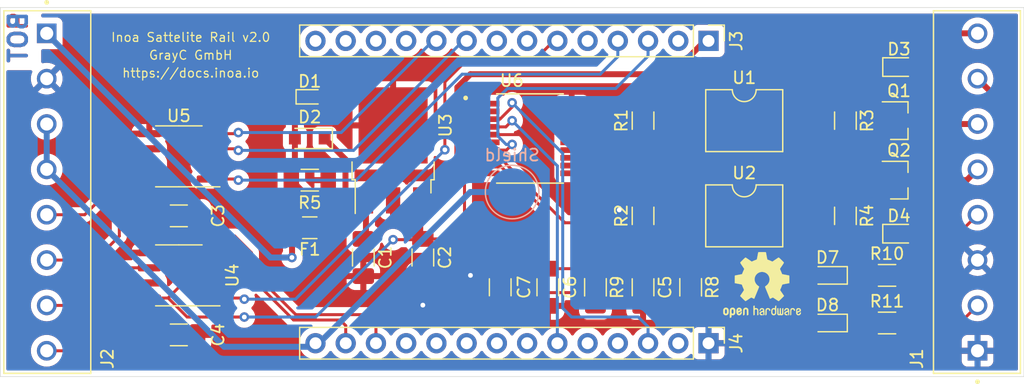
<source format=kicad_pcb>
(kicad_pcb (version 20211014) (generator pcbnew)
  (title_block (date "2021-12-14") (rev "2.0") (company "GrayC GmbH") (comment 1 "PCB 86mmx13mm"))
  (layers (0 "F.Cu" signal) (31 "B.Cu" signal) (34 "B.Paste" user) (35 "F.Paste" user) (36 "B.SilkS" user "B.Silkscreen") (37 "F.SilkS" user "F.Silkscreen") (38 "B.Mask" user) (39 "F.Mask" user) (44 "Edge.Cuts" user))
  (net 0 "")
  (net 1 "GND")
  (net 2 "Net-(C1-Pad1)")
  (net 3 "+3V3")
  (net 4 "Net-(D1-Pad1)")
  (net 5 "Relay_0")
  (net 6 "VS")
  (net 7 "Relay_1")
  (net 8 "VCC")
  (net 9 "GNDPWR")
  (net 10 "GND1")
  (net 11 "Net-(Q1-Pad1)")
  (net 12 "Net-(Q2-Pad1)")
  (net 13 "Net-(R1-Pad1)")
  (net 14 "Net-(R2-Pad1)")
  (net 15 "Net-(R3-Pad2)")
  (net 16 "Net-(R4-Pad2)")
  (net 17 "SW0")
  (net 18 "SW1")
  (net 19 "RS485_0_B")
  (net 20 "RS485_0_A")
  (net 21 "RS485_0_TX")
  (net 22 "RS485_0_TXE")
  (net 23 "RS485_0_RX")
  (net 24 "S0_0")
  (net 25 "Net-(D7-Pad1)")
  (net 26 "Net-(D8-Pad1)")
  (net 27 "S0_1")
  (net 28 "RS485_1_B")
  (net 29 "RS485_1_A")
  (net 30 "RS485_1_RX")
  (net 31 "RS485_1_TX")
  (net 32 "RS485_1_TXE")
  (net 33 "I2C_SDA")
  (net 34 "I2C_SCL")
  (net 36 "S0_INT")
  (footprint "Capacitor_SMD:C_1206_3216Metric_Pad1.33x1.80mm_HandSolder" (layer "F.Cu") (at 130.5 101 -90)
    (fp_text reference "C1" (at 0 -1.85 90) (layer "F.SilkS"))
    (fp_text value "100nF")
    (pad "1" smd roundrect locked (at -1.5625 0 270) (size 1.325 1.8) (layers "F.Cu" "F.Paste" "F.Mask") (roundrect_rratio 0.188679) (net 2 "Net-(C1-Pad1)"))
    (pad "2" smd roundrect locked (at 1.5625 0 270) (size 1.325 1.8) (layers "F.Cu" "F.Paste" "F.Mask") (roundrect_rratio 0.188679) (net 1 "GND"))
  )
  (footprint "Capacitor_SMD:C_1206_3216Metric_Pad1.33x1.80mm_HandSolder" (layer "F.Cu") (at 135.5 101 -90)
    (fp_text reference "C2" (at 0 -1.85 90) (layer "F.SilkS"))
    (fp_text value "100nF")
    (pad "1" smd roundrect locked (at -1.5625 0 270) (size 1.325 1.8) (layers "F.Cu" "F.Paste" "F.Mask") (roundrect_rratio 0.188679) (net 3 "+3V3"))
    (pad "2" smd roundrect locked (at 1.5625 0 270) (size 1.325 1.8) (layers "F.Cu" "F.Paste" "F.Mask") (roundrect_rratio 0.188679) (net 1 "GND"))
  )
  (footprint "Capacitor_SMD:C_1206_3216Metric_Pad1.33x1.80mm_HandSolder" (layer "F.Cu") (at 115 97.5)
    (fp_text reference "C3" (at 3.3 0 90) (layer "F.SilkS"))
    (fp_text value "100nF")
    (pad "1" smd roundrect locked (at -1.5625 0) (size 1.325 1.8) (layers "F.Cu" "F.Paste" "F.Mask") (roundrect_rratio 0.188679) (net 3 "+3V3"))
    (pad "2" smd roundrect locked (at 1.5625 0) (size 1.325 1.8) (layers "F.Cu" "F.Paste" "F.Mask") (roundrect_rratio 0.188679) (net 1 "GND"))
  )
  (footprint "Capacitor_SMD:C_1206_3216Metric_Pad1.33x1.80mm_HandSolder" (layer "F.Cu") (at 115 107.5)
    (fp_text reference "C4" (at 3.3 0 90) (layer "F.SilkS"))
    (fp_text value "100nF")
    (pad "1" smd roundrect locked (at -1.5625 0) (size 1.325 1.8) (layers "F.Cu" "F.Paste" "F.Mask") (roundrect_rratio 0.188679) (net 3 "+3V3"))
    (pad "2" smd roundrect locked (at 1.5625 0) (size 1.325 1.8) (layers "F.Cu" "F.Paste" "F.Mask") (roundrect_rratio 0.188679) (net 1 "GND"))
  )
  (footprint "Diode_SMD:D_MicroMELF" (layer "F.Cu") (at 175.5 85)
    (fp_text reference "D3" (at 0 -1.5) (layer "F.SilkS"))
    (fp_text value "BAV303")
    (pad "1" smd rect locked (at -0.8 0) (size 0.8 1.2) (layers "F.Cu" "F.Paste" "F.Mask") (net 6 "VS"))
    (pad "2" smd rect locked (at 0.8 0) (size 0.8 1.2) (layers "F.Cu" "F.Paste" "F.Mask") (net 5 "Relay_0"))
  )
  (footprint "Diode_SMD:D_MicroMELF" (layer "F.Cu") (at 175.5 99)
    (fp_text reference "D4" (at 0 -1.5) (layer "F.SilkS"))
    (fp_text value "BAV303")
    (pad "1" smd rect locked (at -0.8 0) (size 0.8 1.2) (layers "F.Cu" "F.Paste" "F.Mask") (net 6 "VS"))
    (pad "2" smd rect locked (at 0.8 0) (size 0.8 1.2) (layers "F.Cu" "F.Paste" "F.Mask") (net 7 "Relay_1"))
  )
  (footprint "Fuse:Fuse_1206_3216Metric_Pad1.42x1.75mm_HandSolder" (layer "F.Cu") (at 126 98.5 180)
    (fp_text reference "F1" (at 0 -1.82) (layer "F.SilkS"))
    (fp_text value "25V/1A")
    (pad "1" smd roundrect locked (at -1.4875 0 180) (size 1.425 1.75) (layers "F.Cu" "F.Paste" "F.Mask") (roundrect_rratio 0.175439) (net 4 "Net-(D1-Pad1)"))
    (pad "2" smd roundrect locked (at 1.4875 0 180) (size 1.425 1.75) (layers "F.Cu" "F.Paste" "F.Mask") (roundrect_rratio 0.175439) (net 8 "VCC"))
  )
  (footprint "Package_TO_SOT_SMD:SOT-23" (layer "F.Cu") (at 175.5 89.5)
    (fp_text reference "Q1" (at 0 -2.5) (layer "F.SilkS"))
    (fp_text value "MMBT3904")
    (pad "1" smd rect locked (at -1 -0.95) (size 0.9 0.8) (layers "F.Cu" "F.Paste" "F.Mask") (net 11 "Net-(Q1-Pad1)"))
    (pad "2" smd rect locked (at -1 0.95) (size 0.9 0.8) (layers "F.Cu" "F.Paste" "F.Mask") (net 10 "GND1"))
    (pad "3" smd rect locked (at 1 0) (size 0.9 0.8) (layers "F.Cu" "F.Paste" "F.Mask") (net 5 "Relay_0"))
  )
  (footprint "Package_TO_SOT_SMD:SOT-23" (layer "F.Cu") (at 175.5 94.5)
    (fp_text reference "Q2" (at 0 -2.5) (layer "F.SilkS"))
    (fp_text value "MMBT3904")
    (pad "1" smd rect locked (at -1 -0.95) (size 0.9 0.8) (layers "F.Cu" "F.Paste" "F.Mask") (net 12 "Net-(Q2-Pad1)"))
    (pad "2" smd rect locked (at -1 0.95) (size 0.9 0.8) (layers "F.Cu" "F.Paste" "F.Mask") (net 10 "GND1"))
    (pad "3" smd rect locked (at 1 0) (size 0.9 0.8) (layers "F.Cu" "F.Paste" "F.Mask") (net 7 "Relay_1"))
  )
  (footprint "Resistor_SMD:R_1206_3216Metric_Pad1.30x1.75mm_HandSolder" (layer "F.Cu") (at 154 89.5 90)
    (fp_text reference "R1" (at 0 -1.82 90) (layer "F.SilkS"))
    (fp_text value "220R")
    (pad "1" smd roundrect locked (at -1.55 0 90) (size 1.3 1.75) (layers "F.Cu" "F.Paste" "F.Mask") (roundrect_rratio 0.192308) (net 13 "Net-(R1-Pad1)"))
    (pad "2" smd roundrect locked (at 1.55 0 90) (size 1.3 1.75) (layers "F.Cu" "F.Paste" "F.Mask") (roundrect_rratio 0.192308) (net 1 "GND"))
  )
  (footprint "Resistor_SMD:R_1206_3216Metric_Pad1.30x1.75mm_HandSolder" (layer "F.Cu") (at 171 89.5 -90)
    (fp_text reference "R3" (at 0 -1.82 90) (layer "F.SilkS"))
    (fp_text value "1k")
    (pad "1" smd roundrect locked (at -1.55 0 270) (size 1.3 1.75) (layers "F.Cu" "F.Paste" "F.Mask") (roundrect_rratio 0.192308) (net 11 "Net-(Q1-Pad1)"))
    (pad "2" smd roundrect locked (at 1.55 0 270) (size 1.3 1.75) (layers "F.Cu" "F.Paste" "F.Mask") (roundrect_rratio 0.192308) (net 15 "Net-(R3-Pad2)"))
  )
  (footprint "Resistor_SMD:R_1206_3216Metric_Pad1.30x1.75mm_HandSolder" (layer "F.Cu") (at 171 97.5 -90)
    (fp_text reference "R4" (at 0 -1.82 90) (layer "F.SilkS"))
    (fp_text value "1k")
    (pad "1" smd roundrect locked (at -1.55 0 270) (size 1.3 1.75) (layers "F.Cu" "F.Paste" "F.Mask") (roundrect_rratio 0.192308) (net 12 "Net-(Q2-Pad1)"))
    (pad "2" smd roundrect locked (at 1.55 0 270) (size 1.3 1.75) (layers "F.Cu" "F.Paste" "F.Mask") (roundrect_rratio 0.192308) (net 16 "Net-(R4-Pad2)"))
  )
  (footprint "Resistor_SMD:R_1206_3216Metric_Pad1.30x1.75mm_HandSolder" (layer "F.Cu") (at 126 94.5)
    (fp_text reference "R5" (at 0 1.9) (layer "F.SilkS"))
    (fp_text value "10k")
    (pad "1" smd roundrect locked (at -1.55 0) (size 1.3 1.75) (layers "F.Cu" "F.Paste" "F.Mask") (roundrect_rratio 0.192308) (net 4 "Net-(D1-Pad1)"))
    (pad "2" smd roundrect locked (at 1.55 0) (size 1.3 1.75) (layers "F.Cu" "F.Paste" "F.Mask") (roundrect_rratio 0.192308) (net 1 "GND"))
  )
  (footprint "Package_DIP:SMDIP-4_W9.53mm" (layer "F.Cu") (at 162.5 89.5)
    (fp_text reference "U1" (at 0 -3.6) (layer "F.SilkS"))
    (fp_text value "LTV-817S")
    (pad "1" smd rect locked (at -4.765 -1.27) (size 2 1.78) (layers "F.Cu" "F.Paste" "F.Mask") (net 17 "SW0"))
    (pad "2" smd rect locked (at -4.765 1.27) (size 2 1.78) (layers "F.Cu" "F.Paste" "F.Mask") (net 13 "Net-(R1-Pad1)"))
    (pad "3" smd rect locked (at 4.765 1.27) (size 2 1.78) (layers "F.Cu" "F.Paste" "F.Mask") (net 15 "Net-(R3-Pad2)"))
    (pad "4" smd rect locked (at 4.765 -1.27) (size 2 1.78) (layers "F.Cu" "F.Paste" "F.Mask") (net 6 "VS"))
  )
  (footprint "Package_DIP:SMDIP-4_W9.53mm" (layer "F.Cu") (at 162.5 97.5)
    (fp_text reference "U2" (at 0 -3.6) (layer "F.SilkS"))
    (fp_text value "LTV-817S")
    (pad "1" smd rect locked (at -4.765 -1.27) (size 2 1.78) (layers "F.Cu" "F.Paste" "F.Mask") (net 18 "SW1"))
    (pad "2" smd rect locked (at -4.765 1.27) (size 2 1.78) (layers "F.Cu" "F.Paste" "F.Mask") (net 14 "Net-(R2-Pad1)"))
    (pad "3" smd rect locked (at 4.765 1.27) (size 2 1.78) (layers "F.Cu" "F.Paste" "F.Mask") (net 16 "Net-(R4-Pad2)"))
    (pad "4" smd rect locked (at 4.765 -1.27) (size 2 1.78) (layers "F.Cu" "F.Paste" "F.Mask") (net 6 "VS"))
  )
  (footprint "Package_TO_SOT_SMD:TO-252-3_TabPin2" (layer "F.Cu") (at 133 92 90)
    (fp_text reference "U3" (at 2.1 4.4 90) (layer "F.SilkS"))
    (fp_text value "BA033CC0FP-E2")
    (pad "1" smd rect locked (at -4.2 -2.28 90) (size 2.2 1.2) (layers "F.Cu" "F.Paste" "F.Mask") (net 2 "Net-(C1-Pad1)"))
    (pad "2" smd rect locked (at 2.1 0 90) (size 6.4 5.8) (layers "F.Cu" "F.Mask") (net 1 "GND"))
    (pad "2" smd rect locked (at -4.2 0 90) (size 2.2 1.2) (layers "F.Cu" "F.Paste" "F.Mask") (net 1 "GND"))
    (pad "3" smd rect locked (at -4.2 2.28 90) (size 2.2 1.2) (layers "F.Cu" "F.Paste" "F.Mask") (net 3 "+3V3"))
  )
  (footprint "Package_SO:SOIC-8_3.9x4.9mm_P1.27mm" (layer "F.Cu") (at 115 102.5 180)
    (fp_text reference "U4" (at -4.5 0 90) (layer "F.SilkS"))
    (fp_text value "MAX3486")
    (pad "1" smd roundrect locked (at -2.475 -1.905 180) (size 1.95 0.6) (layers "F.Cu" "F.Paste" "F.Mask") (net 30 "RS485_1_RX"))
    (pad "2" smd roundrect locked (at -2.475 -0.635 180) (size 1.95 0.6) (layers "F.Cu" "F.Paste" "F.Mask") (net 32 "RS485_1_TXE"))
    (pad "3" smd roundrect locked (at -2.475 0.635 180) (size 1.95 0.6) (layers "F.Cu" "F.Paste" "F.Mask") (net 32 "RS485_1_TXE"))
    (pad "4" smd roundrect locked (at -2.475 1.905 180) (size 1.95 0.6) (layers "F.Cu" "F.Paste" "F.Mask") (net 31 "RS485_1_TX"))
    (pad "5" smd roundrect locked (at 2.475 1.905 180) (size 1.95 0.6) (layers "F.Cu" "F.Paste" "F.Mask") (net 1 "GND"))
    (pad "6" smd roundrect locked (at 2.475 0.635 180) (size 1.95 0.6) (layers "F.Cu" "F.Paste" "F.Mask") (net 29 "RS485_1_A"))
    (pad "7" smd roundrect locked (at 2.475 -0.635 180) (size 1.95 0.6) (layers "F.Cu" "F.Paste" "F.Mask") (net 28 "RS485_1_B"))
    (pad "8" smd roundrect locked (at 2.475 -1.905 180) (size 1.95 0.6) (layers "F.Cu" "F.Paste" "F.Mask") (net 3 "+3V3"))
  )
  (footprint "footprints:PHOENIX_1727078" (layer "F.Cu") (at 182.1 95.5 90)
    (fp_text reference "J1" (at -14 -5.1 90) (layer "F.SilkS"))
    (fp_text value "North")
    (pad "1" thru_hole rect locked (at -13.335 0 90) (size 1.65 1.65) (drill 1.1) (layers *.Cu *.Mask) (net 1 "GND"))
    (pad "2" thru_hole circle locked (at -9.525 0 90) (size 1.65 1.65) (drill 1.1) (layers *.Cu *.Mask) (net 27 "S0_1"))
    (pad "3" thru_hole circle locked (at -5.715 0 90) (size 1.65 1.65) (drill 1.1) (layers *.Cu *.Mask) (net 1 "GND"))
    (pad "4" thru_hole circle locked (at -1.905 0 90) (size 1.65 1.65) (drill 1.1) (layers *.Cu *.Mask) (net 24 "S0_0"))
    (pad "5" thru_hole circle locked (at 1.905 0 90) (size 1.65 1.65) (drill 1.1) (layers *.Cu *.Mask) (net 7 "Relay_1"))
    (pad "6" thru_hole circle locked (at 5.715 0 90) (size 1.65 1.65) (drill 1.1) (layers *.Cu *.Mask) (net 5 "Relay_0"))
    (pad "7" thru_hole circle locked (at 9.525 0 90) (size 1.65 1.65) (drill 1.1) (layers *.Cu *.Mask) (net 10 "GND1"))
    (pad "8" thru_hole circle locked (at 13.335 0 90) (size 1.65 1.65) (drill 1.1) (layers *.Cu *.Mask) (net 6 "VS"))
  )
  (footprint "footprints:PHOENIX_1727078" (layer "F.Cu") (at 103.9 95.5 -90)
    (fp_text reference "J2" (at 14 -5.1 90) (layer "F.SilkS"))
    (fp_text value "South")
    (pad "1" thru_hole rect locked (at -13.335 0 270) (size 1.65 1.65) (drill 1.1) (layers *.Cu *.Mask) (net 8 "VCC"))
    (pad "2" thru_hole circle locked (at -9.525 0 270) (size 1.65 1.65) (drill 1.1) (layers *.Cu *.Mask) (net 1 "GND"))
    (pad "3" thru_hole circle locked (at -5.715 0 270) (size 1.65 1.65) (drill 1.1) (layers *.Cu *.Mask) (net 9 "GNDPWR"))
    (pad "4" thru_hole circle locked (at -1.905 0 270) (size 1.65 1.65) (drill 1.1) (layers *.Cu *.Mask) (net 9 "GNDPWR"))
    (pad "5" thru_hole circle locked (at 1.905 0 270) (size 1.65 1.65) (drill 1.1) (layers *.Cu *.Mask) (net 20 "RS485_0_A"))
    (pad "6" thru_hole circle locked (at 5.715 0 270) (size 1.65 1.65) (drill 1.1) (layers *.Cu *.Mask) (net 19 "RS485_0_B"))
    (pad "7" thru_hole circle locked (at 9.525 0 270) (size 1.65 1.65) (drill 1.1) (layers *.Cu *.Mask) (net 29 "RS485_1_A"))
    (pad "8" thru_hole circle locked (at 13.335 0 270) (size 1.65 1.65) (drill 1.1) (layers *.Cu *.Mask) (net 28 "RS485_1_B"))
  )
  (footprint "Diode_SMD:D_SOD-323_HandSoldering" (layer "F.Cu") (at 126 91 180)
    (fp_text reference "D2" (at 0 1.8) (layer "F.SilkS"))
    (fp_text value "1N5819")
    (pad "1" smd rect locked (at -1.25 0 180) (size 1 1) (layers "F.Cu" "F.Paste" "F.Mask") (net 2 "Net-(C1-Pad1)"))
    (pad "2" smd rect locked (at 1.25 0 180) (size 1 1) (layers "F.Cu" "F.Paste" "F.Mask") (net 4 "Net-(D1-Pad1)"))
  )
  (footprint "Connector_PinHeader_2.54mm:PinHeader_1x14_P2.54mm_Vertical" (layer "F.Cu") (at 159.5 82.8 -90)
    (fp_text reference "J3" (at 0 -2.33 90) (layer "F.SilkS"))
    (fp_text value "West")
    (pad "1" thru_hole rect locked (at 0 0 270) (size 1.7 1.7) (drill 1) (layers *.Cu *.Mask) (net 3 "+3V3"))
    (pad "2" thru_hole oval locked (at 0 2.54 270) (size 1.7 1.7) (drill 1) (layers *.Cu *.Mask))
    (pad "3" thru_hole oval locked (at 0 5.08 270) (size 1.7 1.7) (drill 1) (layers *.Cu *.Mask) (net 36 "S0_INT"))
    (pad "4" thru_hole oval locked (at 0 7.62 270) (size 1.7 1.7) (drill 1) (layers *.Cu *.Mask) (net 23 "RS485_0_RX"))
    (pad "5" thru_hole oval locked (at 0 10.16 270) (size 1.7 1.7) (drill 1) (layers *.Cu *.Mask))
    (pad "6" thru_hole oval locked (at 0 12.7 270) (size 1.7 1.7) (drill 1) (layers *.Cu *.Mask) (net 30 "RS485_1_RX"))
    (pad "7" thru_hole oval locked (at 0 15.24 270) (size 1.7 1.7) (drill 1) (layers *.Cu *.Mask))
    (pad "8" thru_hole oval locked (at 0 17.78 270) (size 1.7 1.7) (drill 1) (layers *.Cu *.Mask))
    (pad "9" thru_hole oval locked (at 0 20.32 270) (size 1.7 1.7) (drill 1) (layers *.Cu *.Mask) (net 22 "RS485_0_TXE"))
    (pad "10" thru_hole oval locked (at 0 22.86 270) (size 1.7 1.7) (drill 1) (layers *.Cu *.Mask) (net 21 "RS485_0_TX"))
    (pad "11" thru_hole oval locked (at 0 25.4 270) (size 1.7 1.7) (drill 1) (layers *.Cu *.Mask))
    (pad "12" thru_hole oval locked (at 0 27.94 270) (size 1.7 1.7) (drill 1) (layers *.Cu *.Mask))
    (pad "13" thru_hole oval locked (at 0 30.48 270) (size 1.7 1.7) (drill 1) (layers *.Cu *.Mask))
    (pad "14" thru_hole oval locked (at 0 33.02 270) (size 1.7 1.7) (drill 1) (layers *.Cu *.Mask))
  )
  (footprint "Connector_PinHeader_2.54mm:PinHeader_1x14_P2.54mm_Vertical" (layer "F.Cu") (at 159.5 108.2 -90)
    (fp_text reference "J4" (at 0 -2.33 90) (layer "F.SilkS"))
    (fp_text value "East")
    (pad "1" thru_hole rect locked (at 0 0 270) (size 1.7 1.7) (drill 1) (layers *.Cu *.Mask) (net 1 "GND"))
    (pad "2" thru_hole oval locked (at 0 2.54 270) (size 1.7 1.7) (drill 1) (layers *.Cu *.Mask))
    (pad "3" thru_hole oval locked (at 0 5.08 270) (size 1.7 1.7) (drill 1) (layers *.Cu *.Mask) (net 34 "I2C_SCL"))
    (pad "4" thru_hole oval locked (at 0 7.62 270) (size 1.7 1.7) (drill 1) (layers *.Cu *.Mask))
    (pad "5" thru_hole oval locked (at 0 10.16 270) (size 1.7 1.7) (drill 1) (layers *.Cu *.Mask))
    (pad "6" thru_hole oval locked (at 0 12.7 270) (size 1.7 1.7) (drill 1) (layers *.Cu *.Mask) (net 33 "I2C_SDA"))
    (pad "7" thru_hole oval locked (at 0 15.24 270) (size 1.7 1.7) (drill 1) (layers *.Cu *.Mask))
    (pad "8" thru_hole oval locked (at 0 17.78 270) (size 1.7 1.7) (drill 1) (layers *.Cu *.Mask))
    (pad "9" thru_hole oval locked (at 0 20.32 270) (size 1.7 1.7) (drill 1) (layers *.Cu *.Mask))
    (pad "10" thru_hole oval locked (at 0 22.86 270) (size 1.7 1.7) (drill 1) (layers *.Cu *.Mask))
    (pad "11" thru_hole oval locked (at 0 25.4 270) (size 1.7 1.7) (drill 1) (layers *.Cu *.Mask))
    (pad "12" thru_hole oval locked (at 0 27.94 270) (size 1.7 1.7) (drill 1) (layers *.Cu *.Mask) (net 32 "RS485_1_TXE"))
    (pad "13" thru_hole oval locked (at 0 30.48 270) (size 1.7 1.7) (drill 1) (layers *.Cu *.Mask) (net 31 "RS485_1_TX"))
    (pad "14" thru_hole oval locked (at 0 33.02 270) (size 1.7 1.7) (drill 1) (layers *.Cu *.Mask) (net 9 "GNDPWR"))
  )
  (footprint "Package_SO:SOIC-8_3.9x4.9mm_P1.27mm" (layer "F.Cu") (at 115 92.5 180)
    (fp_text reference "U5" (at 0 3.4 180) (layer "F.SilkS"))
    (fp_text value "MAX3486")
    (pad "1" smd roundrect locked (at -2.475 -1.905 180) (size 1.95 0.6) (layers "F.Cu" "F.Paste" "F.Mask") (net 23 "RS485_0_RX"))
    (pad "2" smd roundrect locked (at -2.475 -0.635 180) (size 1.95 0.6) (layers "F.Cu" "F.Paste" "F.Mask") (net 22 "RS485_0_TXE"))
    (pad "3" smd roundrect locked (at -2.475 0.635 180) (size 1.95 0.6) (layers "F.Cu" "F.Paste" "F.Mask") (net 22 "RS485_0_TXE"))
    (pad "4" smd roundrect locked (at -2.475 1.905 180) (size 1.95 0.6) (layers "F.Cu" "F.Paste" "F.Mask") (net 21 "RS485_0_TX"))
    (pad "5" smd roundrect locked (at 2.475 1.905 180) (size 1.95 0.6) (layers "F.Cu" "F.Paste" "F.Mask") (net 1 "GND"))
    (pad "6" smd roundrect locked (at 2.475 0.635 180) (size 1.95 0.6) (layers "F.Cu" "F.Paste" "F.Mask") (net 20 "RS485_0_A"))
    (pad "7" smd roundrect locked (at 2.475 -0.635 180) (size 1.95 0.6) (layers "F.Cu" "F.Paste" "F.Mask") (net 19 "RS485_0_B"))
    (pad "8" smd roundrect locked (at 2.475 -1.905 180) (size 1.95 0.6) (layers "F.Cu" "F.Paste" "F.Mask") (net 3 "+3V3"))
  )
  (footprint "Resistor_SMD:R_1206_3216Metric_Pad1.30x1.75mm_HandSolder" (layer "F.Cu") (at 154 97.5 90)
    (fp_text reference "R2" (at 0 -1.82 90) (layer "F.SilkS"))
    (fp_text value "220R")
    (pad "1" smd roundrect locked (at -1.55 0 90) (size 1.3 1.75) (layers "F.Cu" "F.Paste" "F.Mask") (roundrect_rratio 0.192308) (net 14 "Net-(R2-Pad1)"))
    (pad "2" smd roundrect locked (at 1.55 0 90) (size 1.3 1.75) (layers "F.Cu" "F.Paste" "F.Mask") (roundrect_rratio 0.192308) (net 1 "GND"))
  )
  (footprint "Capacitor_SMD:C_1206_3216Metric_Pad1.33x1.80mm_HandSolder" (layer "F.Cu") (at 154 103.5 -90)
    (fp_text reference "C5" (at 0 -1.85 90) (layer "F.SilkS"))
    (fp_text value "100nF")
    (pad "1" smd roundrect locked (at -1.5625 0 270) (size 1.325 1.8) (layers "F.Cu" "F.Paste" "F.Mask") (roundrect_rratio 0.188679) (net 24 "S0_0"))
    (pad "2" smd roundrect locked (at 1.5625 0 270) (size 1.325 1.8) (layers "F.Cu" "F.Paste" "F.Mask") (roundrect_rratio 0.188679) (net 1 "GND"))
  )
  (footprint "Capacitor_SMD:C_1206_3216Metric_Pad1.33x1.80mm_HandSolder" (layer "F.Cu") (at 146 103.5 -90)
    (fp_text reference "C6" (at 0 -1.85 90) (layer "F.SilkS"))
    (fp_text value "100nF")
    (pad "1" smd roundrect locked (at -1.5625 0 270) (size 1.325 1.8) (layers "F.Cu" "F.Paste" "F.Mask") (roundrect_rratio 0.188679) (net 27 "S0_1"))
    (pad "2" smd roundrect locked (at 1.5625 0 270) (size 1.325 1.8) (layers "F.Cu" "F.Paste" "F.Mask") (roundrect_rratio 0.188679) (net 1 "GND"))
  )
  (footprint "Diode_SMD:D_0603_1608Metric_Pad1.05x0.95mm_HandSolder" (layer "F.Cu") (at 169.5 102.5 180)
    (fp_text reference "D7" (at 0 1.5) (layer "F.SilkS"))
    (fp_text value "D_TVS")
    (pad "1" smd roundrect locked (at -0.875 0 180) (size 1.05 0.95) (layers "F.Cu" "F.Paste" "F.Mask") (net 25 "Net-(D7-Pad1)"))
    (pad "2" smd roundrect locked (at 0.875 0 180) (size 1.05 0.95) (layers "F.Cu" "F.Paste" "F.Mask") (net 1 "GND"))
  )
  (footprint "Diode_SMD:D_0603_1608Metric_Pad1.05x0.95mm_HandSolder" (layer "F.Cu") (at 169.5 106.5 180)
    (fp_text reference "D8" (at 0 1.5) (layer "F.SilkS"))
    (fp_text value "D_TVS")
    (pad "1" smd roundrect locked (at -0.875 0 180) (size 1.05 0.95) (layers "F.Cu" "F.Paste" "F.Mask") (net 26 "Net-(D8-Pad1)"))
    (pad "2" smd roundrect locked (at 0.875 0 180) (size 1.05 0.95) (layers "F.Cu" "F.Paste" "F.Mask") (net 1 "GND"))
  )
  (footprint "Resistor_SMD:R_1206_3216Metric_Pad1.30x1.75mm_HandSolder" (layer "F.Cu") (at 158 103.5 -90)
    (fp_text reference "R8" (at 0 -1.82 90) (layer "F.SilkS"))
    (fp_text value "10k")
    (pad "1" smd roundrect locked (at -1.55 0 270) (size 1.3 1.75) (layers "F.Cu" "F.Paste" "F.Mask") (roundrect_rratio 0.192308) (net 24 "S0_0"))
    (pad "2" smd roundrect locked (at 1.55 0 270) (size 1.3 1.75) (layers "F.Cu" "F.Paste" "F.Mask") (roundrect_rratio 0.192308) (net 3 "+3V3"))
  )
  (footprint "Resistor_SMD:R_1206_3216Metric_Pad1.30x1.75mm_HandSolder" (layer "F.Cu") (at 150 103.5 -90)
    (fp_text reference "R9" (at 0 -1.82 90) (layer "F.SilkS"))
    (fp_text value "10k")
    (pad "1" smd roundrect locked (at -1.55 0 270) (size 1.3 1.75) (layers "F.Cu" "F.Paste" "F.Mask") (roundrect_rratio 0.192308) (net 27 "S0_1"))
    (pad "2" smd roundrect locked (at 1.55 0 270) (size 1.3 1.75) (layers "F.Cu" "F.Paste" "F.Mask") (roundrect_rratio 0.192308) (net 3 "+3V3"))
  )
  (footprint "Resistor_SMD:R_1206_3216Metric_Pad1.30x1.75mm_HandSolder" (layer "F.Cu") (at 174.5 102.5)
    (fp_text reference "R10" (at 0 -1.82) (layer "F.SilkS"))
    (fp_text value "220R")
    (pad "1" smd roundrect locked (at -1.55 0) (size 1.3 1.75) (layers "F.Cu" "F.Paste" "F.Mask") (roundrect_rratio 0.192308) (net 25 "Net-(D7-Pad1)"))
    (pad "2" smd roundrect locked (at 1.55 0) (size 1.3 1.75) (layers "F.Cu" "F.Paste" "F.Mask") (roundrect_rratio 0.192308) (net 24 "S0_0"))
  )
  (footprint "Resistor_SMD:R_1206_3216Metric_Pad1.30x1.75mm_HandSolder" (layer "F.Cu") (at 174.5 106.5)
    (fp_text reference "R11" (at 0 -1.82) (layer "F.SilkS"))
    (fp_text value "220R")
    (pad "1" smd roundrect locked (at -1.55 0) (size 1.3 1.75) (layers "F.Cu" "F.Paste" "F.Mask") (roundrect_rratio 0.192308) (net 26 "Net-(D8-Pad1)"))
    (pad "2" smd roundrect locked (at 1.55 0) (size 1.3 1.75) (layers "F.Cu" "F.Paste" "F.Mask") (roundrect_rratio 0.192308) (net 27 "S0_1"))
  )
  (footprint "Capacitor_SMD:C_1206_3216Metric_Pad1.33x1.80mm_HandSolder" (layer "F.Cu") (at 142 103.5 90)
    (fp_text reference "C7" (at 0 2 90) (layer "F.SilkS"))
    (fp_text value "100nF")
    (pad "1" smd roundrect locked (at -1.5625 0 90) (size 1.325 1.8) (layers "F.Cu" "F.Paste" "F.Mask") (roundrect_rratio 0.188679) (net 3 "+3V3"))
    (pad "2" smd roundrect locked (at 1.5625 0 90) (size 1.325 1.8) (layers "F.Cu" "F.Paste" "F.Mask") (roundrect_rratio 0.188679) (net 1 "GND"))
  )
  (footprint "Diode_SMD:D_SOD-523" (layer "F.Cu") (at 126 87.5)
    (fp_text reference "D1" (at 0 -1.3) (layer "F.SilkS"))
    (fp_text value "25V")
    (pad "1" smd rect locked (at -0.7 0 180) (size 0.6 0.7) (layers "F.Cu" "F.Paste" "F.Mask") (net 4 "Net-(D1-Pad1)"))
    (pad "2" smd rect locked (at 0.7 0 180) (size 0.6 0.7) (layers "F.Cu" "F.Paste" "F.Mask") (net 1 "GND"))
  )
  (footprint "footprints:SOP65P780X200-20N" (layer "F.Cu") (at 144.5 91)
    (fp_text reference "U6" (at -1.525 -4.862) (layer "F.SilkS"))
    (fp_text value "MCP23009-E_SS")
    (pad "1" smd roundrect locked (at -3.505 -2.925) (size 1.9 0.48) (layers "F.Cu" "F.Paste" "F.Mask") (roundrect_rratio 0.06) (net 3 "+3V3"))
    (pad "2" smd roundrect locked (at -3.505 -2.275) (size 1.9 0.48) (layers "F.Cu" "F.Paste" "F.Mask") (roundrect_rratio 0.06))
    (pad "3" smd roundrect locked (at -3.505 -1.625) (size 1.9 0.48) (layers "F.Cu" "F.Paste" "F.Mask") (roundrect_rratio 0.06) (net 34 "I2C_SCL"))
    (pad "4" smd roundrect locked (at -3.505 -0.975) (size 1.9 0.48) (layers "F.Cu" "F.Paste" "F.Mask") (roundrect_rratio 0.06) (net 33 "I2C_SDA"))
    (pad "5" smd roundrect locked (at -3.505 -0.325) (size 1.9 0.48) (layers "F.Cu" "F.Paste" "F.Mask") (roundrect_rratio 0.06) (net 1 "GND"))
    (pad "6" smd roundrect locked (at -3.505 0.325) (size 1.9 0.48) (layers "F.Cu" "F.Paste" "F.Mask") (roundrect_rratio 0.06) (net 3 "+3V3"))
    (pad "7" smd roundrect locked (at -3.505 0.975) (size 1.9 0.48) (layers "F.Cu" "F.Paste" "F.Mask") (roundrect_rratio 0.06) (net 36 "S0_INT"))
    (pad "8" smd roundrect locked (at -3.505 1.625) (size 1.9 0.48) (layers "F.Cu" "F.Paste" "F.Mask") (roundrect_rratio 0.06) (net 24 "S0_0"))
    (pad "9" smd roundrect locked (at -3.505 2.275) (size 1.9 0.48) (layers "F.Cu" "F.Paste" "F.Mask") (roundrect_rratio 0.06) (net 27 "S0_1"))
    (pad "10" smd roundrect locked (at -3.505 2.925) (size 1.9 0.48) (layers "F.Cu" "F.Paste" "F.Mask") (roundrect_rratio 0.06))
    (pad "11" smd roundrect locked (at 3.505 2.925) (size 1.9 0.48) (layers "F.Cu" "F.Paste" "F.Mask") (roundrect_rratio 0.06))
    (pad "12" smd roundrect locked (at 3.505 2.275) (size 1.9 0.48) (layers "F.Cu" "F.Paste" "F.Mask") (roundrect_rratio 0.06) (net 18 "SW1"))
    (pad "13" smd roundrect locked (at 3.505 1.625) (size 1.9 0.48) (layers "F.Cu" "F.Paste" "F.Mask") (roundrect_rratio 0.06) (net 17 "SW0"))
    (pad "14" smd roundrect locked (at 3.505 0.975) (size 1.9 0.48) (layers "F.Cu" "F.Paste" "F.Mask") (roundrect_rratio 0.06))
    (pad "15" smd roundrect locked (at 3.505 0.325) (size 1.9 0.48) (layers "F.Cu" "F.Paste" "F.Mask") (roundrect_rratio 0.06))
    (pad "16" smd roundrect locked (at 3.505 -0.325) (size 1.9 0.48) (layers "F.Cu" "F.Paste" "F.Mask") (roundrect_rratio 0.06))
    (pad "17" smd roundrect locked (at 3.505 -0.975) (size 1.9 0.48) (layers "F.Cu" "F.Paste" "F.Mask") (roundrect_rratio 0.06))
    (pad "18" smd roundrect locked (at 3.505 -1.625) (size 1.9 0.48) (layers "F.Cu" "F.Paste" "F.Mask") (roundrect_rratio 0.06))
    (pad "19" smd roundrect locked (at 3.505 -2.275) (size 1.9 0.48) (layers "F.Cu" "F.Paste" "F.Mask") (roundrect_rratio 0.06))
    (pad "20" smd roundrect locked (at 3.505 -2.925) (size 1.9 0.48) (layers "F.Cu" "F.Paste" "F.Mask") (roundrect_rratio 0.06) (net 1 "GND"))
  )
  (footprint "Symbol:OSHW-Logo2_7.3x6mm_SilkScreen" (layer "F.Cu") (at 164 103.3)
    (fp_text reference "G2" hide)
    (fp_text value "Logo_Open_Hardware_Small" hide)
  )
  (footprint "TestPoint:TestPoint_Pad_D4.0mm" (layer "B.Cu") (at 143 95.5)
    (fp_text reference "TP1" hide)
    (fp_text value "Shield" (at 0 -3.1) (layer "B.SilkS") (effects (justify mirror)))
    (pad "1" smd circle locked (at 0 0) (size 4 4) (layers "B.Cu" "B.Mask") (net 9 "GNDPWR"))
  )
  (footprint "images:grayc-logo-negative" (layer "B.Cu") (at 116 84 180)
    (fp_text reference "G1" hide)
    (fp_text value "LOGO" hide)
  )
  (gr_line (start 100 111) (end 100 80) (layer "Edge.Cuts") (width 0.05))
  (gr_line (start 186 111) (end 100 111) (layer "Edge.Cuts") (width 0.05))
  (gr_line (start 100 80) (end 186 80) (layer "Edge.Cuts") (width 0.05))
  (gr_line (start 186 80) (end 186 111) (layer "Edge.Cuts") (width 0.05))
  (gr_text "SR-EM-020" (at 168 82.5) (layer "F.Cu") (effects (font (size 1 1))))
  (gr_text "TOP" (at 101.5 82.5 90) (layer "F.Cu") (effects (font (size 1.5 1.5) (thickness 0.3))))
  (gr_text "BOT" (at 101.5 82.5 90) (layer "B.Cu") (effects (font (size 1.5 1.5) (thickness 0.3)) (justify mirror)))
  (gr_text "GrayC GmbH" (at 116 84) (layer "F.SilkS") (effects (font (size 0.75 0.75) (thickness 0.1))))
  (gr_text "https://docs.inoa.io" (at 116 85.5) (layer "F.SilkS") (effects (font (size 0.75 0.75) (thickness 0.1))))
  (gr_text "Inoa Sattelite Rail v2.0" (at 116 82.5) (layer "F.SilkS") (effects (font (size 0.75 0.75) (thickness 0.1))))
  (segment (start 140.995 90.675) (end 144.422234 90.675) (width 0.25) (layer "F.Cu") (net 1))
  (segment (start 129.2 86.1) (end 133 89.9) (width 0.5) (layer "F.Cu") (net 1))
  (segment (start 148.005 88.075) (end 146.325 88.075) (width 0.25) (layer "F.Cu") (net 1))
  (segment (start 146.325 88.075) (end 145.748617 88.651383) (width 0.25) (layer "F.Cu") (net 1))
  (segment (start 144.422234 90.675) (end 145.748617 89.348617) (width 0.25) (layer "F.Cu") (net 1))
  (segment (start 153.875 88.075) (end 154 87.95) (width 0.25) (layer "F.Cu") (net 1))
  (segment (start 126.7 87.5) (end 127.7 87.5) (width 0.5) (layer "F.Cu") (net 1))
  (segment (start 148.005 88.075) (end 153.875 88.075) (width 0.25) (layer "F.Cu") (net 1))
  (segment (start 127.7 87.5) (end 129.1 86.1) (width 0.5) (layer "F.Cu") (net 1))
  (segment (start 129.1 86.1) (end 129.2 86.1) (width 0.5) (layer "F.Cu") (net 1))
  (segment (start 145.748617 88.651383) (end 145.748617 89.348617) (width 0.25) (layer "F.Cu") (net 1))
  (via (at 139.5 102.5) (size 0.8) (drill 0.4) (layers "F.Cu" "B.Cu") (net 1))
  (via (at 135.5 105) (size 0.8) (drill 0.4) (layers "F.Cu" "B.Cu") (net 1))
  (via (at 152 97) (size 0.8) (drill 0.4) (layers "F.Cu" "B.Cu") (net 1))
  (segment (start 129.6 96.2) (end 130.72 96.2) (width 0.5) (layer "F.Cu") (net 2))
  (segment (start 130.72 96.2) (end 130.72 99.2175) (width 0.5) (layer "F.Cu") (net 2))
  (segment (start 129 95.6) (end 129.6 96.2) (width 0.5) (layer "F.Cu") (net 2))
  (segment (start 129 92.75) (end 129 95.6) (width 0.5) (layer "F.Cu") (net 2))
  (segment (start 127.25 91) (end 129 92.75) (width 0.5) (layer "F.Cu") (net 2))
  (segment (start 130.72 99.2175) (end 130.5 99.4375) (width 0.5) (layer "F.Cu") (net 2))
  (segment (start 130.845 99.2925) (end 130.7 99.4375) (width 0.25) (layer "F.Cu") (net 2))
  (segment (start 137.0625 99.4375) (end 139 97.5) (width 0.25) (layer "F.Cu") (net 3))
  (segment (start 139.025 91.325) (end 139 91.3) (width 0.25) (layer "F.Cu") (net 3))
  (segment (start 137.5 99.9) (end 137.0375 99.4375) (width 0.25) (layer "F.Cu") (net 3))
  (segment (start 115.1 98.1) (end 114.5 97.5) (width 0.25) (layer "F.Cu") (net 3))
  (segment (start 156.4 85.6) (end 159.5 82.5) (width 0.5) (layer "F.Cu") (net 3))
  (segment (start 135.28 96.2) (end 135.28 99.2175) (width 0.5) (layer "F.Cu") (net 3))
  (segment (start 142.24999 103.95001) (end 142 104.2) (width 0.25) (layer "F.Cu") (net 3))
  (segment (start 112.525 104.405) (end 112.525 104.925) (width 0.25) (layer "F.Cu") (net 3))
  (segment (start 139 89.087234) (end 140.012234 88.075) (width 0.25) (layer "F.Cu") (net 3))
  (segment (start 135.28 99.2175) (end 135.5 99.4375) (width 0.5) (layer "F.Cu") (net 3))
  (segment (start 137.9625 105.0625) (end 137.5 104.6) (width 0.25) (layer "F.Cu") (net 3))
  (segment (start 114.095 104.405) (end 114.105 104.405) (width 0.25) (layer "F.Cu") (net 3))
  (segment (start 157.55001 103.95001) (end 150.44999 103.95001) (width 0.25) (layer "F.Cu") (net 3))
  (segment (start 158 105.05) (end 158 104.4) (width 0.25) (layer "F.Cu") (net 3))
  (segment (start 150.44999 103.95001) (end 150 104.4) (width 0.25) (layer "F.Cu") (net 3))
  (segment (start 140.012234 88.075) (end 140.995 88.075) (width 0.25) (layer "F.Cu") (net 3))
  (segment (start 114.5 97.5) (end 113.4375 97.5) (width 0.25) (layer "F.Cu") (net 3))
  (segment (start 114.095 104.405) (end 115.1 103.4) (width 0.25) (layer "F.Cu") (net 3))
  (segment (start 133 99.5) (end 135.4375 99.5) (width 0.25) (layer "F.Cu") (net 3))
  (segment (start 138.4 86.7) (end 139.5 85.6) (width 0.5) (layer "F.Cu") (net 3))
  (segment (start 142 104.2) (end 142 105.0625) (width 0.25) (layer "F.Cu") (net 3))
  (segment (start 135.405 99.3425) (end 135.5 99.4375) (width 0.25) (layer "F.Cu") (net 3))
  (segment (start 142 105.0625) (end 137.9625 105.0625) (width 0.25) (layer "F.Cu") (net 3))
  (segment (start 135.28 96.2) (end 136.7 96.2) (width 0.5) (layer "F.Cu") (net 3))
  (segment (start 115.7 106) (end 120.5 106) (width 0.25) (layer "F.Cu") (net 3))
  (segment (start 115.1 103.4) (end 115.1 98.1) (width 0.25) (layer "F.Cu") (net 3))
  (segment (start 138.4 94.5) (end 138.4 86.7) (width 0.5) (layer "F.Cu") (net 3))
  (segment (start 113.4375 105.8375) (end 113.4375 107.5) (width 0.25) (layer "F.Cu") (net 3))
  (segment (start 150 105.05) (end 150 104.4) (width 0.25) (layer "F.Cu") (net 3))
  (segment (start 137.0375 99.4375) (end 137.0625 99.4375) (width 0.25) (layer "F.Cu") (net 3))
  (segment (start 135.4375 99.5) (end 135.5 99.4375) (width 0.25) (layer "F.Cu") (net 3))
  (segment (start 112.525 94.405) (end 112.525 95.225) (width 0.25) (layer "F.Cu") (net 3))
  (segment (start 140.995 91.325) (end 139.025 91.325) (width 0.25) (layer "F.Cu") (net 3))
  (segment (start 112.525 104.405) (end 114.095 104.405) (width 0.25) (layer "F.Cu") (net 3))
  (segment (start 113.4375 96.1375) (end 113.4375 97.5) (width 0.25) (layer "F.Cu") (net 3))
  (segment (start 158 104.4) (end 157.55001 103.95001) (width 0.25) (layer "F.Cu") (net 3))
  (segment (start 139.5 85.6) (end 156.4 85.6) (width 0.5) (layer "F.Cu") (net 3))
  (segment (start 114.105 104.405) (end 115.7 106) (width 0.25) (layer "F.Cu") (net 3))
  (segment (start 150.44999 103.95001) (end 142.24999 103.95001) (width 0.25) (layer "F.Cu") (net 3))
  (segment (start 139 91.3) (end 139 89.087234) (width 0.25) (layer "F.Cu") (net 3))
  (segment (start 112.525 104.925) (end 113.4375 105.8375) (width 0.25) (layer "F.Cu") (net 3))
  (segment (start 137.5 104.6) (end 137.5 99.9) (width 0.25) (layer "F.Cu") (net 3))
  (segment (start 136.7 96.2) (end 138.4 94.5) (width 0.5) (layer "F.Cu") (net 3))
  (segment (start 112.525 95.225) (end 113.4375 96.1375) (width 0.25) (layer "F.Cu") (net 3))
  (segment (start 137.0375 99.4375) (end 135.5 99.4375) (width 0.25) (layer "F.Cu") (net 3))
  (segment (start 139 97.5) (end 139 91.3) (width 0.25) (layer "F.Cu") (net 3))
  (via (at 133 99.5) (size 0.8) (drill 0.4) (layers "F.Cu" "B.Cu") (net 3))
  (via (at 120.5 106) (size 0.8) (drill 0.4) (layers "F.Cu" "B.Cu") (net 3))
  (segment (start 120.5 106) (end 126.5 106) (width 0.25) (layer "B.Cu") (net 3))
  (segment (start 126.5 106) (end 133 99.5) (width 0.25) (layer "B.Cu") (net 3))
  (segment (start 124.45 94.2) (end 124.15 94.5) (width 0.25) (layer "F.Cu") (net 4))
  (segment (start 127.4875 97.5375) (end 124.45 94.5) (width 0.5) (layer "F.Cu") (net 4))
  (segment (start 124.75 91) (end 124.75 94.2) (width 0.5) (layer "F.Cu") (net 4))
  (segment (start 124.75 94.2) (end 124.45 94.5) (width 0.5) (layer "F.Cu") (net 4))
  (segment (start 124.75 91) (end 124.75 88.05) (width 0.5) (layer "F.Cu") (net 4))
  (segment (start 127.4875 98.5) (end 127.4875 97.5375) (width 0.5) (layer "F.Cu") (net 4))
  (segment (start 124.75 88.05) (end 125.3 87.5) (width 0.5) (layer "F.Cu") (net 4))
  (segment (start 176.3 89.3) (end 176.5 89.5) (width 0.5) (layer "F.Cu") (net 5))
  (segment (start 176.785 89.785) (end 176.5 89.5) (width 0.5) (layer "F.Cu") (net 5))
  (segment (start 176.3 85) (end 176.3 89.3) (width 0.5) (layer "F.Cu") (net 5))
  (segment (start 182.1 89.785) (end 176.785 89.785) (width 0.5) (layer "F.Cu") (net 5))
  (segment (start 174.7 85) (end 174.7 82.7) (width 0.5) (layer "F.Cu") (net 6))
  (segment (start 173.3 97.6) (end 174.7 99) (width 0.5) (layer "F.Cu") (net 6))
  (segment (start 165.37 88.23) (end 164.7 88.9) (width 0.5) (layer "F.Cu") (net 6))
  (segment (start 165.23 96.23) (end 167.265 96.23) (width 0.5) (layer "F.Cu") (net 6))
  (segment (start 175.235 82.165) (end 182.1 82.165) (width 0.5) (layer "F.Cu") (net 6))
  (segment (start 168.9 85) (end 174.7 85) (width 0.5) (layer "F.Cu") (net 6))
  (segment (start 164.7 88.9) (end 164.7 95.7) (width 0.5) (layer "F.Cu") (net 6))
  (segment (start 170.2 97.6) (end 173.3 97.6) (width 0.5) (layer "F.Cu") (net 6))
  (segment (start 164.7 95.7) (end 165.23 96.23) (width 0.5) (layer "F.Cu") (net 6))
  (segment (start 167.265 86.635) (end 168.9 85) (width 0.5) (layer "F.Cu") (net 6))
  (segment (start 167.265 88.23) (end 165.37 88.23) (width 0.5) (layer "F.Cu") (net 6))
  (segment (start 168.83 96.23) (end 170.2 97.6) (width 0.5) (layer "F.Cu") (net 6))
  (segment (start 167.265 88.23) (end 167.265 86.635) (width 0.5) (layer "F.Cu") (net 6))
  (segment (start 174.7 82.7) (end 175.235 82.165) (width 0.5) (layer "F.Cu") (net 6))
  (segment (start 167.265 96.23) (end 168.83 96.23) (width 0.5) (layer "F.Cu") (net 6))
  (segment (start 176.5 94.5) (end 181.195 94.5) (width 0.5) (layer "F.Cu") (net 7))
  (segment (start 176.3 99) (end 176.3 94.7) (width 0.5) (layer "F.Cu") (net 7))
  (segment (start 181.195 94.5) (end 182.1 93.595) (width 0.5) (layer "F.Cu") (net 7))
  (segment (start 176.3 94.7) (end 176.5 94.5) (width 0.5) (layer "F.Cu") (net 7))
  (segment (start 124.5125 100.9875) (end 124.5 101) (width 0.5) (layer "F.Cu") (net 8))
  (segment (start 124.5125 98.5) (end 124.5125 100.9875) (width 0.5) (layer "F.Cu") (net 8))
  (via (at 124.5 101) (size 0.8) (drill 0.4) (layers "F.Cu" "B.Cu") (net 8))
  (segment (start 103.9 82.2) (end 122.7 101) (width 0.5) (layer "B.Cu") (net 8))
  (segment (start 103.9 82.165) (end 103.9 82.2) (width 0.5) (layer "B.Cu") (net 8))
  (segment (start 122.7 101) (end 124.5 101) (width 0.5) (layer "B.Cu") (net 8))
  (segment (start 126.48 108.5) (end 118.805 108.5) (width 0.5) (layer "B.Cu") (net 9))
  (segment (start 103.9 93.595) (end 118.405 108.1) (width 0.5) (layer "B.Cu") (net 9))
  (segment (start 126.48 108.5) (end 139.48 95.5) (width 0.5) (layer "B.Cu") (net 9))
  (segment (start 118.805 108.5) (end 118.405 108.1) (width 0.5) (layer "B.Cu") (net 9))
  (segment (start 103.9 93.595) (end 103.9 89.785) (width 0.5) (layer "B.Cu") (net 9))
  (segment (start 139.48 95.5) (end 143 95.5) (width 0.5) (layer "B.Cu") (net 9))
  (segment (start 184 87.875) (end 184 90.8) (width 0.5) (layer "F.Cu") (net 10))
  (segment (start 174.5 95.45) (end 175.400001 94.549999) (width 0.5) (layer "F.Cu") (net 10))
  (segment (start 184 90.8) (end 183.399999 91.400001) (width 0.5) (layer "F.Cu") (net 10))
  (segment (start 182.1 85.975) (end 184 87.875) (width 0.5) (layer "F.Cu") (net 10))
  (segment (start 175.400001 91.400001) (end 175.400001 91.350001) (width 0.5) (layer "F.Cu") (net 10))
  (segment (start 175.400001 94.549999) (end 175.400001 91.400001) (width 0.5) (layer "F.Cu") (net 10))
  (segment (start 175.400001 91.350001) (end 174.5 90.45) (width 0.5) (layer "F.Cu") (net 10))
  (segment (start 183.399999 91.400001) (end 175.400001 91.400001) (width 0.5) (layer "F.Cu") (net 10))
  (segment (start 173.9 87.95) (end 174.5 88.55) (width 0.5) (layer "F.Cu") (net 11))
  (segment (start 171 87.95) (end 173.9 87.95) (width 0.5) (layer "F.Cu") (net 11))
  (segment (start 174.5 93.55) (end 173.4 93.55) (width 0.5) (layer "F.Cu") (net 12))
  (segment (start 173.4 93.55) (end 171 95.95) (width 0.5) (layer "F.Cu") (net 12))
  (segment (start 154 91.05) (end 157.455 91.05) (width 0.25) (layer "F.Cu") (net 13))
  (segment (start 157.455 91.05) (end 157.735 90.77) (width 0.25) (layer "F.Cu") (net 13))
  (segment (start 157.455 99.05) (end 157.735 98.77) (width 0.25) (layer "F.Cu") (net 14))
  (segment (start 154 99.05) (end 157.455 99.05) (width 0.25) (layer "F.Cu") (net 14))
  (segment (start 170.72 90.77) (end 171 91.05) (width 0.5) (layer "F.Cu") (net 15))
  (segment (start 167.265 90.77) (end 170.72 90.77) (width 0.5) (layer "F.Cu") (net 15))
  (segment (start 167.265 98.77) (end 170.72 98.77) (width 0.5) (layer "F.Cu") (net 16))
  (segment (start 170.72 98.77) (end 171 99.05) (width 0.5) (layer "F.Cu") (net 16))
  (segment (start 160 89.1) (end 159.13 88.23) (width 0.25) (layer "F.Cu") (net 17))
  (segment (start 159.1 93.2) (end 160 92.3) (width 0.25) (layer "F.Cu") (net 17))
  (segment (start 152.3 93.2) (end 159.1 93.2) (width 0.25) (layer "F.Cu") (net 17))
  (segment (start 151.725 92.625) (end 148.005 92.625) (width 0.25) (layer "F.Cu") (net 17))
  (segment (start 152.3 93.2) (end 151.725 92.625) (width 0.25) (layer "F.Cu") (net 17))
  (segment (start 159.13 88.23) (end 157.735 88.23) (width 0.25) (layer "F.Cu") (net 17))
  (segment (start 160 92.3) (end 160 89.1) (width 0.25) (layer "F.Cu") (net 17))
  (segment (start 151.575 93.275) (end 148.005 93.275) (width 0.25) (layer "F.Cu") (net 18))
  (segment (start 157.735 96.23) (end 157.735 94.835) (width 0.25) (layer "F.Cu") (net 18))
  (segment (start 152.3 94) (end 151.575 93.275) (width 0.25) (layer "F.Cu") (net 18))
  (segment (start 156.9 94) (end 152.3 94) (width 0.25) (layer "F.Cu") (net 18))
  (segment (start 157.735 94.835) (end 156.9 94) (width 0.25) (layer "F.Cu") (net 18))
  (segment (start 110 94) (end 110.865 93.135) (width 0.25) (layer "F.Cu") (net 19))
  (segment (start 107.985 101.215) (end 110 99.2) (width 0.25) (layer "F.Cu") (net 19))
  (segment (start 110 99.2) (end 110 94) (width 0.25) (layer "F.Cu") (net 19))
  (segment (start 103.9 101.215) (end 107.985 101.215) (width 0.25) (layer "F.Cu") (net 19))
  (segment (start 110.865 93.135) (end 112.525 93.135) (width 0.25) (layer "F.Cu") (net 19))
  (segment (start 103.9 97.405) (end 107.095 97.405) (width 0.25) (layer "F.Cu") (net 20))
  (segment (start 107.095 97.405) (end 109 95.5) (width 0.25) (layer "F.Cu") (net 20))
  (segment (start 109.935 91.865) (end 112.525 91.865) (width 0.25) (layer "F.Cu") (net 20))
  (segment (start 109 92.8) (end 109.935 91.865) (width 0.25) (layer "F.Cu") (net 20))
  (segment (start 109 95.5) (end 109 92.8) (width 0.25) (layer "F.Cu") (net 20))
  (segment (start 117.475 90.595) (end 119.905 90.595) (width 0.25) (layer "F.Cu") (net 21))
  (segment (start 119.905 90.595) (end 120 90.5) (width 0.25) (layer "F.Cu") (net 21))
  (via (at 120 90.5) (size 0.8) (drill 0.4) (layers "F.Cu" "B.Cu") (net 21))
  (segment (start 128.64 90.5) (end 136.64 82.5) (width 0.25) (layer "B.Cu") (net 21))
  (segment (start 120 90.5) (end 128.64 90.5) (width 0.25) (layer "B.Cu") (net 21))
  (segment (start 119.865 91.865) (end 120 92) (width 0.25) (layer "F.Cu") (net 22))
  (segment (start 117.475 91.865) (end 117.475 93.135) (width 0.25) (layer "F.Cu") (net 22))
  (segment (start 117.475 91.865) (end 119.865 91.865) (width 0.25) (layer "F.Cu") (net 22))
  (via (at 120 92) (size 0.8) (drill 0.4) (layers "F.Cu" "B.Cu") (net 22))
  (segment (start 129.68 92) (end 139.18 82.5) (width 0.25) (layer "B.Cu") (net 22))
  (segment (start 120 92) (end 129.68 92) (width 0.25) (layer "B.Cu") (net 22))
  (segment (start 119.905 94.405) (end 120 94.5) (width 0.25) (layer "F.Cu") (net 23))
  (segment (start 117.475 94.405) (end 119.905 94.405) (width 0.25) (layer "F.Cu") (net 23))
  (via (at 120 94.5) (size 0.8) (drill 0.4) (layers "F.Cu" "B.Cu") (net 23))
  (segment (start 150.4 85.6) (end 151.88 84.12) (width 0.25) (layer "B.Cu") (net 23))
  (segment (start 151.88 84.12) (end 151.88 82.5) (width 0.25) (layer "B.Cu") (net 23))
  (segment (start 120 94.5) (end 129.9 94.5) (width 0.25) (layer "B.Cu") (net 23))
  (segment (start 138.8 85.6) (end 150.4 85.6) (width 0.25) (layer "B.Cu") (net 23))
  (segment (start 129.9 94.5) (end 138.8 85.6) (width 0.25) (layer "B.Cu") (net 23))
  (segment (start 151.28 98.08) (end 151.9 98.7) (width 0.25) (layer "F.Cu") (net 24))
  (segment (start 151.9 101.5) (end 152.3375 101.9375) (width 0.25) (layer "F.Cu") (net 24))
  (segment (start 147.432766 98.08) (end 151.28 98.08) (width 0.25) (layer "F.Cu") (net 24))
  (segment (start 176.05 102.5) (end 177.005 102.5) (width 0.25) (layer "F.Cu") (net 24))
  (segment (start 176.05 103.375) (end 175.106805 104.318195) (width 0.25) (layer "F.Cu") (net 24))
  (segment (start 152.3375 101.9375) (end 154 101.9375) (width 0.25) (layer "F.Cu") (net 24))
  (segment (start 175.106805 104.318195) (end 161.518195 104.318195) (width 0.25) (layer "F.Cu") (net 24))
  (segment (start 159.15 101.95) (end 158 101.95) (width 0.25) (layer "F.Cu") (net 24))
  (segment (start 140.995 92.625) (end 141.977766 92.625) (width 0.25) (layer "F.Cu") (net 24))
  (segment (start 157.9875 101.9375) (end 158 101.95) (width 0.25) (layer "F.Cu") (net 24))
  (segment (start 141.977766 92.625) (end 147.432766 98.08) (width 0.25) (layer "F.Cu") (net 24))
  (segment (start 151.9 98.7) (end 151.9 101.5) (width 0.25) (layer "F.Cu") (net 24))
  (segment (start 176.05 102.5) (end 176.05 103.375) (width 0.25) (layer "F.Cu") (net 24))
  (segment (start 177.005 102.5) (end 182.1 97.405) (width 0.25) (layer "F.Cu") (net 24))
  (segment (start 154 101.9375) (end 157.9875 101.9375) (width 0.25) (layer "F.Cu") (net 24))
  (segment (start 161.518195 104.318195) (end 159.15 101.95) (width 0.25) (layer "F.Cu") (net 24))
  (segment (start 170.375 102.5) (end 172.95 102.5) (width 0.25) (layer "F.Cu") (net 25))
  (segment (start 170.375 106.5) (end 172.95 106.5) (width 0.25) (layer "F.Cu") (net 26))
  (segment (start 150.5 103.5) (end 150 103) (width 0.25) (layer "F.Cu") (net 27))
  (segment (start 176.05 106.5) (end 180.625 106.5) (width 0.25) (layer "F.Cu") (net 27))
  (segment (start 150 103) (end 150 101.95) (width 0.25) (layer "F.Cu") (net 27))
  (segment (start 180.625 106.5) (end 182.1 105.025) (width 0.25) (layer "F.Cu") (net 27))
  (segment (start 176.05 106.5) (end 176.05 105.65) (width 0.25) (layer "F.Cu") (net 27))
  (segment (start 146 101.9375) (end 146 97.9) (width 0.25) (layer "F.Cu") (net 27))
  (segment (start 161.331795 104.768205) (end 160.06359 103.5) (width 0.25) (layer "F.Cu") (net 27))
  (segment (start 141.977766 93.275) (end 146 97.297234) (width 0.25) (layer "F.Cu") (net 27))
  (segment (start 176.05 105.65) (end 175.168205 104.768205) (width 0.25) (layer "F.Cu") (net 27))
  (segment (start 175.168205 104.768205) (end 161.331795 104.768205) (width 0.25) (layer "F.Cu") (net 27))
  (segment (start 149.9875 101.9375) (end 150 101.95) (width 0.25) (layer "F.Cu") (net 27))
  (segment (start 146 97.297234) (end 146 97.9) (width 0.25) (layer "F.Cu") (net 27))
  (segment (start 146 101.9375) (end 149.9875 101.9375) (width 0.25) (layer "F.Cu") (net 27))
  (segment (start 140.995 93.275) (end 141.977766 93.275) (width 0.25) (layer "F.Cu") (net 27))
  (segment (start 160.06359 103.5) (end 150.5 103.5) (width 0.25) (layer "F.Cu") (net 27))
  (segment (start 108.165 108.835) (end 110 107) (width 0.25) (layer "F.Cu") (net 28))
  (segment (start 110 104.1) (end 110.965 103.135) (width 0.25) (layer "F.Cu") (net 28))
  (segment (start 110.965 103.135) (end 112.525 103.135) (width 0.25) (layer "F.Cu") (net 28))
  (segment (start 110 107) (end 110 104.1) (width 0.25) (layer "F.Cu") (net 28))
  (segment (start 103.9 108.835) (end 108.165 108.835) (width 0.25) (layer "F.Cu") (net 28))
  (segment (start 103.9 105.025) (end 107.375 105.025) (width 0.25) (layer "F.Cu") (net 29))
  (segment (start 107.375 105.025) (end 110.535 101.865) (width 0.25) (layer "F.Cu") (net 29))
  (segment (start 110.535 101.865) (end 112.525 101.865) (width 0.25) (layer "F.Cu") (net 29))
  (segment (start 117.475 104.405) (end 120.405 104.405) (width 0.25) (layer "F.Cu") (net 30))
  (segment (start 120.405 104.405) (end 120.5 104.5) (width 0.25) (layer "F.Cu") (net 30))
  (segment (start 139.1 84.5) (end 144.8 84.5) (width 0.25) (layer "F.Cu") (net 30))
  (segment (start 137.35 86.25) (end 139.1 84.5) (width 0.25) (layer "F.Cu") (net 30))
  (segment (start 144.8 84.5) (end 146.8 82.5) (width 0.25) (layer "F.Cu") (net 30))
  (segment (start 137.35 91.95) (end 137.35 86.25) (width 0.25) (layer "F.Cu") (net 30))
  (via (at 120.5 104.5) (size 0.8) (drill 0.4) (layers "F.Cu" "B.Cu") (net 30))
  (via (at 137.35 91.95) (size 0.8) (drill 0.4) (layers "F.Cu" "B.Cu") (net 30))
  (segment (start 124.8 104.5) (end 137.35 91.95) (width 0.25) (layer "B.Cu") (net 30))
  (segment (start 120.5 104.5) (end 124.8 104.5) (width 0.25) (layer "B.Cu") (net 30))
  (segment (start 124.6408 106.25003) (end 128.55003 106.25003) (width 0.25) (layer "F.Cu") (net 31))
  (segment (start 128.55003 106.25003) (end 129.02 106.72) (width 0.25) (layer "F.Cu") (net 31))
  (segment (start 129.02 106.72) (end 129.02 108.5) (width 0.25) (layer "F.Cu") (net 31))
  (segment (start 120.649973 102.259203) (end 124.6408 106.25003) (width 0.25) (layer "F.Cu") (net 31))
  (segment (start 120.649972 101) (end 120.649973 102.259203) (width 0.25) (layer "F.Cu") (net 31))
  (segment (start 120.244972 100.595) (end 120.649972 101) (width 0.25) (layer "F.Cu") (net 31))
  (segment (start 117.475 100.595) (end 120.244972 100.595) (width 0.25) (layer "F.Cu") (net 31))
  (segment (start 119.7 99.2) (end 121.099982 100.599982) (width 0.25) (layer "F.Cu") (net 32))
  (segment (start 130.70002 105.80002) (end 131.56 106.66) (width 0.25) (layer "F.Cu") (net 32))
  (segment (start 121.099982 100.599982) (end 121.099982 102.072802) (width 0.25) (layer "F.Cu") (net 32))
  (segment (start 116.11501 101.865) (end 115.6 101.34999) (width 0.25) (layer "F.Cu") (net 32))
  (segment (start 115.6 99.7) (end 116.1 99.2) (width 0.25) (layer "F.Cu") (net 32))
  (segment (start 115.6 101.34999) (end 115.6 99.7) (width 0.25) (layer "F.Cu") (net 32))
  (segment (start 121.099982 102.072802) (end 124.8272 105.80002) (width 0.25) (layer "F.Cu") (net 32))
  (segment (start 131.56 106.66) (end 131.56 108.5) (width 0.25) (layer "F.Cu") (net 32))
  (segment (start 116.1 99.2) (end 119.7 99.2) (width 0.25) (layer "F.Cu") (net 32))
  (segment (start 117.475 101.865) (end 116.11501 101.865) (width 0.25) (layer "F.Cu") (net 32))
  (segment (start 117.475 101.865) (end 117.475 103.135) (width 0.25) (layer "F.Cu") (net 32))
  (segment (start 124.8272 105.80002) (end 130.70002 105.80002) (width 0.25) (layer "F.Cu") (net 32))
  (segment (start 142.475 90.025) (end 143 89.5) (width 0.25) (layer "F.Cu") (net 33))
  (segment (start 140.995 90.025) (end 142.475 90.025) (width 0.25) (layer "F.Cu") (net 33))
  (via (at 143 89.5) (size 0.8) (drill 0.4) (layers "F.Cu" "B.Cu") (net 33))
  (segment (start 146.8 108.5) (end 146.8 93.3) (width 0.25) (layer "B.Cu") (net 33))
  (segment (start 146.8 93.3) (end 143 89.5) (width 0.25) (layer "B.Cu") (net 33))
  (segment (start 141.977766 89.375) (end 143 88.352766) (width 0.25) (layer "F.Cu") (net 34))
  (segment (start 140.995 89.375) (end 141.977766 89.375) (width 0.25) (layer "F.Cu") (net 34))
  (segment (start 143 88.352766) (end 143 88) (width 0.25) (layer "F.Cu") (net 34))
  (via (at 143 88) (size 0.8) (drill 0.4) (layers "F.Cu" "B.Cu") (net 34))
  (segment (start 147.25001 92.25001) (end 143 88) (width 0.25) (layer "B.Cu") (net 34))
  (segment (start 154.42 108.5) (end 154.42 106.82) (width 0.25) (layer "B.Cu") (net 34))
  (segment (start 153.6 106) (end 148 106) (width 0.25) (layer "B.Cu") (net 34))
  (segment (start 147.25001 105.25001) (end 147.25001 92.25001) (width 0.25) (layer "B.Cu") (net 34))
  (segment (start 148 106) (end 147.25001 105.25001) (width 0.25) (layer "B.Cu") (net 34))
  (segment (start 154.42 106.82) (end 153.6 106) (width 0.25) (layer "B.Cu") (net 34))
  (segment (start 142.525 91.975) (end 143 91.5) (width 0.25) (layer "F.Cu") (net 36))
  (segment (start 140.995 91.975) (end 142.525 91.975) (width 0.25) (layer "F.Cu") (net 36))
  (via (at 143 91.5) (size 0.8) (drill 0.4) (layers "F.Cu" "B.Cu") (net 36))
  (segment (start 141.8 87.6) (end 142.6 86.8) (width 0.25) (layer "B.Cu") (net 36))
  (segment (start 141.8 90.8) (end 141.8 87.6) (width 0.25) (layer "B.Cu") (net 36))
  (segment (start 151.7 86.8) (end 154.42 84.08) (width 0.25) (layer "B.Cu") (net 36))
  (segment (start 154.42 84.08) (end 154.42 82.8) (width 0.25) (layer "B.Cu") (net 36))
  (segment (start 142.5 91.5) (end 141.8 90.8) (width 0.25) (layer "B.Cu") (net 36))
  (segment (start 143 91.5) (end 142.5 91.5) (width 0.25) (layer "B.Cu") (net 36))
  (segment (start 142.6 86.8) (end 151.7 86.8) (width 0.25) (layer "B.Cu") (net 36))
  (zone (net 1) (net_name "GND") (layer "F.Cu") (connect_pads (clearance 0.508)) (min_thickness 0.254) (fill yes (thermal_gap 0.508) (thermal_bridge_width 0.508))
    (polygon (pts (xy 186 111) (xy 100 111) (xy 100 80) (xy 186 80)))
  )
  (zone (net 1) (net_name "GND") (layer "B.Cu") (connect_pads (clearance 0.508)) (min_thickness 0.254) (fill yes (thermal_gap 0.508) (thermal_bridge_width 0.508))
    (polygon (pts (xy 186 111) (xy 100 111) (xy 100 80) (xy 186 80)))
  )
)
</source>
